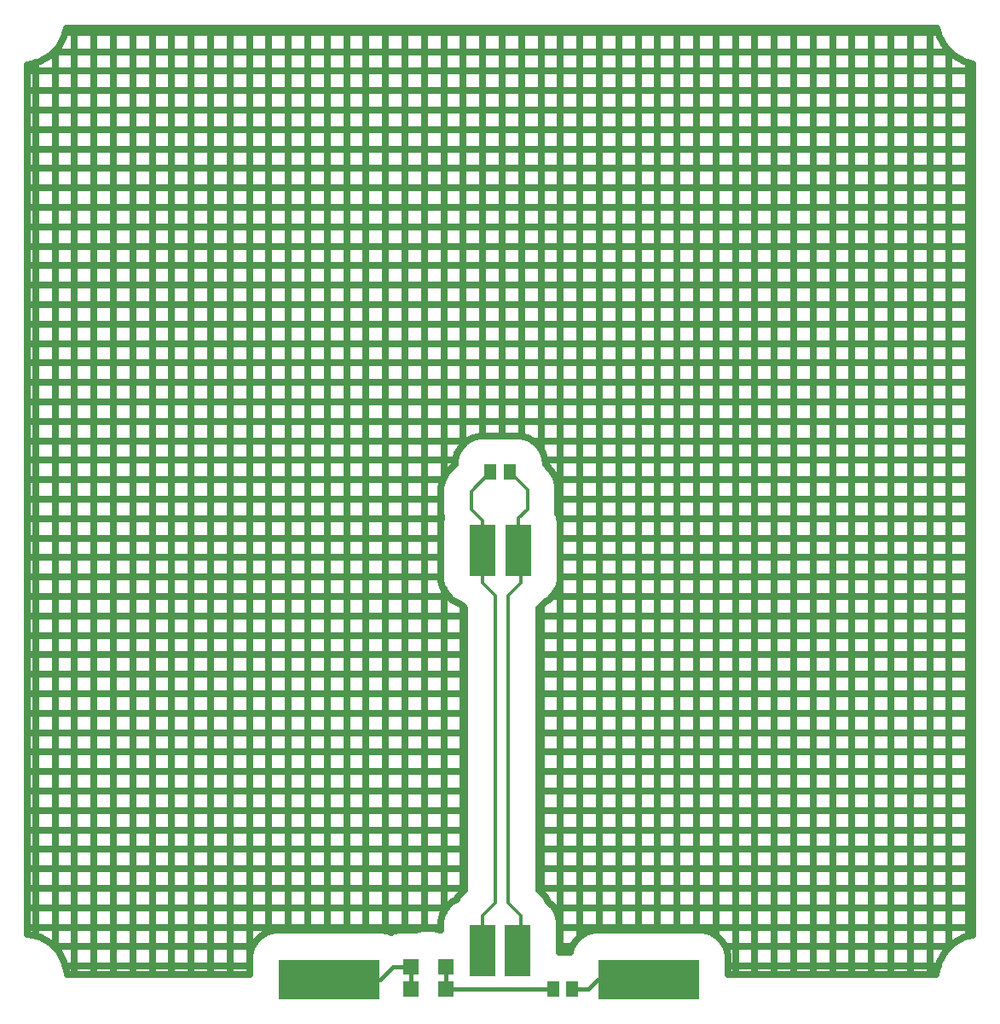
<source format=gbl>
G75*
%MOIN*%
%OFA0B0*%
%FSLAX24Y24*%
%IPPOS*%
%LPD*%
%AMOC8*
5,1,8,0,0,1.08239X$1,22.5*
%
%ADD10R,0.0591X0.0591*%
%ADD11R,0.0512X0.0591*%
%ADD12R,0.3937X0.1575*%
%ADD13C,0.1181*%
%ADD14R,0.1000X0.2000*%
%ADD15C,0.0436*%
%ADD16C,0.0160*%
%ADD17C,0.0100*%
%ADD18C,0.0120*%
%ADD19C,0.0269*%
D10*
X018946Y003518D03*
X018946Y004393D03*
X020323Y004393D03*
X020323Y003518D03*
D11*
X024510Y003518D03*
X025259Y003518D03*
X022819Y023706D03*
X022071Y023706D03*
D12*
X028260Y003893D03*
X015760Y003893D03*
D13*
X015691Y003893D02*
X014510Y003893D01*
X028328Y003893D02*
X029510Y003893D01*
D14*
X023135Y005018D03*
X021760Y005018D03*
X021760Y020643D03*
X023153Y020643D03*
D15*
X026760Y004393D03*
X027260Y003893D03*
X027760Y003393D03*
X028260Y003893D03*
X028760Y003393D03*
X028760Y004393D03*
X027760Y004393D03*
X026760Y003393D03*
X017260Y003393D03*
X016760Y003893D03*
X017260Y004393D03*
X016260Y004393D03*
X015760Y003893D03*
X015260Y003393D03*
X015260Y004393D03*
X016260Y003393D03*
D16*
X015760Y003893D02*
X017760Y003893D01*
X018260Y004393D01*
X018946Y004393D01*
X018946Y003518D01*
X018946Y004393D02*
X018760Y004393D01*
X020323Y004393D02*
X020323Y003518D01*
X024510Y003518D01*
X025259Y003518D02*
X025885Y003518D01*
X026260Y003893D01*
X028260Y003893D01*
D17*
X023153Y020643D02*
X023153Y020787D01*
D18*
X023153Y021912D01*
X023510Y022268D01*
X023510Y023015D01*
X022819Y023706D01*
X022071Y023706D02*
X021322Y022957D01*
X021322Y022268D01*
X021760Y021831D01*
X021760Y020643D01*
X021760Y019393D01*
X022260Y018893D01*
X022260Y006893D01*
X021760Y006393D01*
X021760Y005018D01*
X023135Y005018D02*
X023260Y004893D01*
X023260Y006393D01*
X022760Y006893D01*
X022760Y018893D01*
X023260Y019393D01*
X023260Y020537D01*
X023153Y020643D01*
D19*
X005404Y004574D02*
X005524Y004126D01*
X005524Y004088D01*
X012656Y004088D01*
X012656Y004830D01*
X012734Y005119D01*
X012883Y005377D01*
X013094Y005589D01*
X013353Y005738D01*
X013642Y005815D01*
X017877Y005815D01*
X018166Y005738D01*
X018182Y005729D01*
X018212Y005746D01*
X018501Y005823D01*
X019142Y005823D01*
X019436Y005902D01*
X019833Y005902D01*
X020125Y005824D01*
X020125Y006168D01*
X020202Y006456D01*
X020352Y006715D01*
X020563Y006926D01*
X020750Y007034D01*
X020804Y007127D01*
X021065Y007388D01*
X021065Y018398D01*
X021026Y018437D01*
X020898Y018566D01*
X020822Y018586D01*
X020563Y018735D01*
X020352Y018947D01*
X020202Y019205D01*
X020125Y019494D01*
X020125Y021793D01*
X020169Y021957D01*
X020127Y022111D01*
X020127Y023115D01*
X020209Y023418D01*
X020366Y023691D01*
X020588Y023913D01*
X020588Y023913D01*
X020680Y024005D01*
X020680Y024150D01*
X020757Y024439D01*
X020907Y024698D01*
X021118Y024909D01*
X021377Y025058D01*
X021665Y025136D01*
X023224Y025136D01*
X023512Y025058D01*
X023771Y024909D01*
X023982Y024698D01*
X024132Y024439D01*
X024209Y024150D01*
X024209Y024005D01*
X024465Y023748D01*
X024623Y023476D01*
X024704Y023172D01*
X024704Y022111D01*
X024701Y022098D01*
X024711Y022081D01*
X024788Y021793D01*
X024788Y019494D01*
X024711Y019205D01*
X024561Y018947D01*
X024350Y018735D01*
X024211Y018655D01*
X023954Y018398D01*
X023954Y007388D01*
X024215Y007127D01*
X024331Y006926D01*
X024542Y006715D01*
X024692Y006456D01*
X024769Y006168D01*
X024769Y004948D01*
X025188Y004948D01*
X025234Y005119D01*
X025383Y005377D01*
X025594Y005589D01*
X025853Y005738D01*
X026142Y005815D01*
X030377Y005815D01*
X030666Y005738D01*
X030925Y005589D01*
X031136Y005377D01*
X031285Y005119D01*
X031363Y004830D01*
X031363Y004088D01*
X039495Y004088D01*
X039495Y004126D01*
X039615Y004574D01*
X039848Y004977D01*
X040176Y005305D01*
X040578Y005538D01*
X040935Y005633D01*
X040935Y039653D01*
X040578Y039749D01*
X040176Y039981D01*
X039848Y040310D01*
X039615Y040712D01*
X039520Y041069D01*
X005499Y041069D01*
X005404Y040712D01*
X005172Y040310D01*
X004843Y039981D01*
X004441Y039749D01*
X003992Y039629D01*
X003954Y039629D01*
X003954Y005658D01*
X003992Y005658D01*
X004441Y005538D01*
X004843Y005305D01*
X005172Y004977D01*
X005404Y004574D01*
X005447Y004413D02*
X012656Y004413D01*
X012640Y004088D02*
X012640Y041069D01*
X011880Y041069D02*
X011880Y004088D01*
X011120Y004088D02*
X011120Y041069D01*
X010360Y041069D02*
X010360Y004088D01*
X009600Y004088D02*
X009600Y041069D01*
X008840Y041069D02*
X008840Y004088D01*
X008080Y004088D02*
X008080Y041069D01*
X007320Y041069D02*
X007320Y004088D01*
X006560Y004088D02*
X006560Y041069D01*
X005800Y041069D02*
X005800Y004088D01*
X005040Y005109D02*
X005040Y040178D01*
X004995Y040133D02*
X040024Y040133D01*
X040000Y040158D02*
X040000Y005129D01*
X040044Y005173D02*
X031254Y005173D01*
X030880Y005615D02*
X030880Y041069D01*
X031640Y041069D02*
X031640Y004088D01*
X031363Y004413D02*
X039572Y004413D01*
X039240Y004088D02*
X039240Y041069D01*
X039567Y040893D02*
X005452Y040893D01*
X004280Y039706D02*
X004280Y005581D01*
X003954Y005933D02*
X020125Y005933D01*
X020240Y006521D02*
X020240Y019141D01*
X020445Y018853D02*
X003954Y018853D01*
X003954Y019613D02*
X020125Y019613D01*
X020125Y020373D02*
X003954Y020373D01*
X003954Y021133D02*
X020125Y021133D01*
X020152Y021893D02*
X003954Y021893D01*
X003954Y022653D02*
X020127Y022653D01*
X020207Y023413D02*
X003954Y023413D01*
X003954Y024173D02*
X020686Y024173D01*
X021000Y024791D02*
X021000Y041069D01*
X021760Y041069D02*
X021760Y025136D01*
X022520Y025136D02*
X022520Y041069D01*
X023280Y041069D02*
X023280Y025121D01*
X023729Y024933D02*
X040935Y024933D01*
X040935Y024173D02*
X024203Y024173D01*
X024040Y024599D02*
X024040Y041069D01*
X024800Y041069D02*
X024800Y004948D01*
X024769Y005173D02*
X025265Y005173D01*
X025560Y005554D02*
X025560Y041069D01*
X026320Y041069D02*
X026320Y005815D01*
X027080Y005815D02*
X027080Y041069D01*
X027840Y041069D02*
X027840Y005815D01*
X028600Y005815D02*
X028600Y041069D01*
X029360Y041069D02*
X029360Y005815D01*
X030120Y005815D02*
X030120Y041069D01*
X032400Y041069D02*
X032400Y004088D01*
X033160Y004088D02*
X033160Y041069D01*
X033920Y041069D02*
X033920Y004088D01*
X034680Y004088D02*
X034680Y041069D01*
X035440Y041069D02*
X035440Y004088D01*
X036200Y004088D02*
X036200Y041069D01*
X036960Y041069D02*
X036960Y004088D01*
X037720Y004088D02*
X037720Y041069D01*
X038480Y041069D02*
X038480Y004088D01*
X040760Y005586D02*
X040760Y039700D01*
X040935Y039373D02*
X003954Y039373D01*
X003954Y038613D02*
X040935Y038613D01*
X040935Y037853D02*
X003954Y037853D01*
X003954Y037093D02*
X040935Y037093D01*
X040935Y036333D02*
X003954Y036333D01*
X003954Y035573D02*
X040935Y035573D01*
X040935Y034813D02*
X003954Y034813D01*
X003954Y034053D02*
X040935Y034053D01*
X040935Y033293D02*
X003954Y033293D01*
X003954Y032533D02*
X040935Y032533D01*
X040935Y031773D02*
X003954Y031773D01*
X003954Y031013D02*
X040935Y031013D01*
X040935Y030253D02*
X003954Y030253D01*
X003954Y029493D02*
X040935Y029493D01*
X040935Y028733D02*
X003954Y028733D01*
X003954Y027973D02*
X040935Y027973D01*
X040935Y027213D02*
X003954Y027213D01*
X003954Y026453D02*
X040935Y026453D01*
X040935Y025693D02*
X003954Y025693D01*
X003954Y024933D02*
X021160Y024933D01*
X020240Y023472D02*
X020240Y041069D01*
X019480Y041069D02*
X019480Y005902D01*
X018720Y005823D02*
X018720Y041069D01*
X017960Y041069D02*
X017960Y005793D01*
X017200Y005815D02*
X017200Y041069D01*
X016440Y041069D02*
X016440Y005815D01*
X015680Y005815D02*
X015680Y041069D01*
X014920Y041069D02*
X014920Y005815D01*
X014160Y005815D02*
X014160Y041069D01*
X013400Y041069D02*
X013400Y005750D01*
X012765Y005173D02*
X004975Y005173D01*
X003954Y006693D02*
X020339Y006693D01*
X021000Y007323D02*
X021000Y018464D01*
X021065Y018093D02*
X003954Y018093D01*
X003954Y017333D02*
X021065Y017333D01*
X021065Y016573D02*
X003954Y016573D01*
X003954Y015813D02*
X021065Y015813D01*
X021065Y015053D02*
X003954Y015053D01*
X003954Y014293D02*
X021065Y014293D01*
X021065Y013533D02*
X003954Y013533D01*
X003954Y012773D02*
X021065Y012773D01*
X021065Y012013D02*
X003954Y012013D01*
X003954Y011253D02*
X021065Y011253D01*
X021065Y010493D02*
X003954Y010493D01*
X003954Y009733D02*
X021065Y009733D01*
X021065Y008973D02*
X003954Y008973D01*
X003954Y008213D02*
X021065Y008213D01*
X021065Y007453D02*
X003954Y007453D01*
X023954Y007453D02*
X040935Y007453D01*
X040935Y006693D02*
X024555Y006693D01*
X024769Y005933D02*
X040935Y005933D01*
X040935Y008213D02*
X023954Y008213D01*
X023954Y008973D02*
X040935Y008973D01*
X040935Y009733D02*
X023954Y009733D01*
X023954Y010493D02*
X040935Y010493D01*
X040935Y011253D02*
X023954Y011253D01*
X023954Y012013D02*
X040935Y012013D01*
X040935Y012773D02*
X023954Y012773D01*
X023954Y013533D02*
X040935Y013533D01*
X040935Y014293D02*
X023954Y014293D01*
X023954Y015053D02*
X040935Y015053D01*
X040935Y015813D02*
X023954Y015813D01*
X023954Y016573D02*
X040935Y016573D01*
X040935Y017333D02*
X023954Y017333D01*
X023954Y018093D02*
X040935Y018093D01*
X040935Y018853D02*
X024468Y018853D01*
X024040Y018484D02*
X024040Y007303D01*
X024788Y019613D02*
X040935Y019613D01*
X040935Y020373D02*
X024788Y020373D01*
X024788Y021133D02*
X040935Y021133D01*
X040935Y021893D02*
X024761Y021893D01*
X024704Y022653D02*
X040935Y022653D01*
X040935Y023413D02*
X024640Y023413D01*
M02*

</source>
